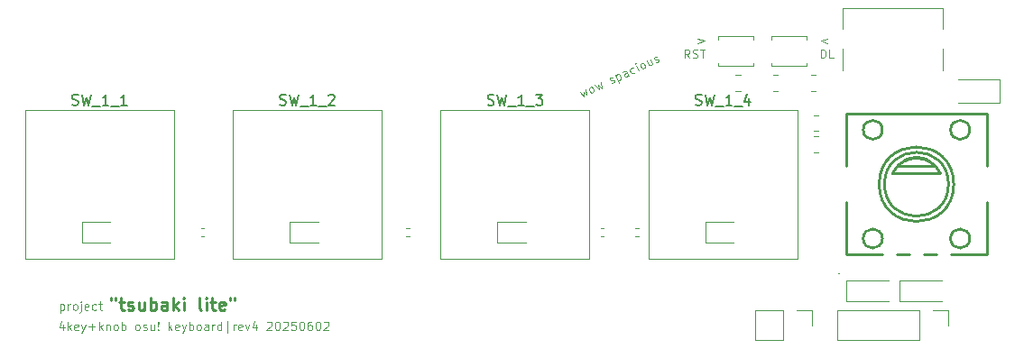
<source format=gto>
%TF.GenerationSoftware,KiCad,Pcbnew,9.0.2*%
%TF.CreationDate,2025-06-04T14:00:08+08:00*%
%TF.ProjectId,tsubaki_lite,74737562-616b-4695-9f6c-6974652e6b69,4*%
%TF.SameCoordinates,Original*%
%TF.FileFunction,Legend,Top*%
%TF.FilePolarity,Positive*%
%FSLAX46Y46*%
G04 Gerber Fmt 4.6, Leading zero omitted, Abs format (unit mm)*
G04 Created by KiCad (PCBNEW 9.0.2) date 2025-06-04 14:00:08*
%MOMM*%
%LPD*%
G01*
G04 APERTURE LIST*
%ADD10C,0.100000*%
%ADD11C,0.240000*%
%ADD12C,0.150000*%
%ADD13C,0.120000*%
%ADD14C,0.254001*%
%ADD15C,0.059995*%
G04 APERTURE END LIST*
D10*
X166475313Y-88825606D02*
X167084837Y-89054178D01*
X167084837Y-89054178D02*
X166475313Y-89282749D01*
X165713408Y-90646895D02*
X165446741Y-90265942D01*
X165256265Y-90646895D02*
X165256265Y-89846895D01*
X165256265Y-89846895D02*
X165561027Y-89846895D01*
X165561027Y-89846895D02*
X165637217Y-89884990D01*
X165637217Y-89884990D02*
X165675312Y-89923085D01*
X165675312Y-89923085D02*
X165713408Y-89999276D01*
X165713408Y-89999276D02*
X165713408Y-90113561D01*
X165713408Y-90113561D02*
X165675312Y-90189752D01*
X165675312Y-90189752D02*
X165637217Y-90227847D01*
X165637217Y-90227847D02*
X165561027Y-90265942D01*
X165561027Y-90265942D02*
X165256265Y-90265942D01*
X166018169Y-90608800D02*
X166132455Y-90646895D01*
X166132455Y-90646895D02*
X166322931Y-90646895D01*
X166322931Y-90646895D02*
X166399122Y-90608800D01*
X166399122Y-90608800D02*
X166437217Y-90570704D01*
X166437217Y-90570704D02*
X166475312Y-90494514D01*
X166475312Y-90494514D02*
X166475312Y-90418323D01*
X166475312Y-90418323D02*
X166437217Y-90342133D01*
X166437217Y-90342133D02*
X166399122Y-90304038D01*
X166399122Y-90304038D02*
X166322931Y-90265942D01*
X166322931Y-90265942D02*
X166170550Y-90227847D01*
X166170550Y-90227847D02*
X166094360Y-90189752D01*
X166094360Y-90189752D02*
X166056265Y-90151657D01*
X166056265Y-90151657D02*
X166018169Y-90075466D01*
X166018169Y-90075466D02*
X166018169Y-89999276D01*
X166018169Y-89999276D02*
X166056265Y-89923085D01*
X166056265Y-89923085D02*
X166094360Y-89884990D01*
X166094360Y-89884990D02*
X166170550Y-89846895D01*
X166170550Y-89846895D02*
X166361027Y-89846895D01*
X166361027Y-89846895D02*
X166475312Y-89884990D01*
X166703884Y-89846895D02*
X167161027Y-89846895D01*
X166932455Y-90646895D02*
X166932455Y-89846895D01*
X155394232Y-93847088D02*
X155757733Y-94266053D01*
X155757733Y-94266053D02*
X155734839Y-93856394D01*
X155734839Y-93856394D02*
X156033941Y-94137255D01*
X156033941Y-94137255D02*
X155946648Y-93589492D01*
X156551831Y-93895759D02*
X156466679Y-93893432D01*
X156466679Y-93893432D02*
X156416053Y-93875006D01*
X156416053Y-93875006D02*
X156349328Y-93822054D01*
X156349328Y-93822054D02*
X156252729Y-93614898D01*
X156252729Y-93614898D02*
X156255056Y-93529746D01*
X156255056Y-93529746D02*
X156273482Y-93479120D01*
X156273482Y-93479120D02*
X156326434Y-93412395D01*
X156326434Y-93412395D02*
X156430012Y-93364096D01*
X156430012Y-93364096D02*
X156515164Y-93366422D01*
X156515164Y-93366422D02*
X156565790Y-93384848D01*
X156565790Y-93384848D02*
X156632515Y-93437801D01*
X156632515Y-93437801D02*
X156729114Y-93644957D01*
X156729114Y-93644957D02*
X156726787Y-93730109D01*
X156726787Y-93730109D02*
X156708361Y-93780734D01*
X156708361Y-93780734D02*
X156655409Y-93847460D01*
X156655409Y-93847460D02*
X156551831Y-93895759D01*
X156809799Y-93186998D02*
X157173299Y-93605963D01*
X157173299Y-93605963D02*
X157150406Y-93196304D01*
X157150406Y-93196304D02*
X157449507Y-93477165D01*
X157449507Y-93477165D02*
X157362215Y-92929402D01*
X158365610Y-93007946D02*
X158450762Y-93010273D01*
X158450762Y-93010273D02*
X158588866Y-92945874D01*
X158588866Y-92945874D02*
X158641818Y-92879148D01*
X158641818Y-92879148D02*
X158644145Y-92793997D01*
X158644145Y-92793997D02*
X158628045Y-92759471D01*
X158628045Y-92759471D02*
X158561319Y-92706518D01*
X158561319Y-92706518D02*
X158476168Y-92704192D01*
X158476168Y-92704192D02*
X158372590Y-92752491D01*
X158372590Y-92752491D02*
X158287438Y-92750165D01*
X158287438Y-92750165D02*
X158220712Y-92697212D01*
X158220712Y-92697212D02*
X158204613Y-92662686D01*
X158204613Y-92662686D02*
X158206939Y-92577535D01*
X158206939Y-92577535D02*
X158259891Y-92510809D01*
X158259891Y-92510809D02*
X158363469Y-92462510D01*
X158363469Y-92462510D02*
X158448621Y-92464836D01*
X158777781Y-92269313D02*
X159115876Y-92994359D01*
X158793881Y-92303839D02*
X158846833Y-92237113D01*
X158846833Y-92237113D02*
X158984938Y-92172714D01*
X158984938Y-92172714D02*
X159070089Y-92175041D01*
X159070089Y-92175041D02*
X159120715Y-92193467D01*
X159120715Y-92193467D02*
X159187441Y-92246420D01*
X159187441Y-92246420D02*
X159284039Y-92453576D01*
X159284039Y-92453576D02*
X159281712Y-92538727D01*
X159281712Y-92538727D02*
X159263286Y-92589353D01*
X159263286Y-92589353D02*
X159210334Y-92656079D01*
X159210334Y-92656079D02*
X159072230Y-92720478D01*
X159072230Y-92720478D02*
X158987078Y-92718151D01*
X159969907Y-92301884D02*
X159792809Y-91922098D01*
X159792809Y-91922098D02*
X159726084Y-91869146D01*
X159726084Y-91869146D02*
X159640932Y-91866819D01*
X159640932Y-91866819D02*
X159502828Y-91931218D01*
X159502828Y-91931218D02*
X159449876Y-91997944D01*
X159953807Y-92267358D02*
X159900855Y-92334084D01*
X159900855Y-92334084D02*
X159728225Y-92414582D01*
X159728225Y-92414582D02*
X159643073Y-92412256D01*
X159643073Y-92412256D02*
X159576347Y-92359303D01*
X159576347Y-92359303D02*
X159544148Y-92290251D01*
X159544148Y-92290251D02*
X159546474Y-92205100D01*
X159546474Y-92205100D02*
X159599427Y-92138374D01*
X159599427Y-92138374D02*
X159772057Y-92057875D01*
X159772057Y-92057875D02*
X159825009Y-91991150D01*
X160609801Y-91961463D02*
X160556849Y-92028188D01*
X160556849Y-92028188D02*
X160418745Y-92092587D01*
X160418745Y-92092587D02*
X160333593Y-92090261D01*
X160333593Y-92090261D02*
X160282968Y-92071834D01*
X160282968Y-92071834D02*
X160216242Y-92018882D01*
X160216242Y-92018882D02*
X160119644Y-91811726D01*
X160119644Y-91811726D02*
X160121970Y-91726574D01*
X160121970Y-91726574D02*
X160140396Y-91675949D01*
X160140396Y-91675949D02*
X160193349Y-91609223D01*
X160193349Y-91609223D02*
X160331453Y-91544824D01*
X160331453Y-91544824D02*
X160416605Y-91547151D01*
X160936635Y-91851091D02*
X160711239Y-91367727D01*
X160598540Y-91126045D02*
X160580114Y-91176671D01*
X160580114Y-91176671D02*
X160630740Y-91195097D01*
X160630740Y-91195097D02*
X160649166Y-91144471D01*
X160649166Y-91144471D02*
X160598540Y-91126045D01*
X160598540Y-91126045D02*
X160630740Y-91195097D01*
X161385473Y-91641795D02*
X161300321Y-91639468D01*
X161300321Y-91639468D02*
X161249695Y-91621042D01*
X161249695Y-91621042D02*
X161182970Y-91568090D01*
X161182970Y-91568090D02*
X161086371Y-91360934D01*
X161086371Y-91360934D02*
X161088698Y-91275782D01*
X161088698Y-91275782D02*
X161107124Y-91225156D01*
X161107124Y-91225156D02*
X161160076Y-91158431D01*
X161160076Y-91158431D02*
X161263655Y-91110131D01*
X161263655Y-91110131D02*
X161348806Y-91112458D01*
X161348806Y-91112458D02*
X161399432Y-91130884D01*
X161399432Y-91130884D02*
X161466158Y-91183836D01*
X161466158Y-91183836D02*
X161562756Y-91390992D01*
X161562756Y-91390992D02*
X161560429Y-91476144D01*
X161560429Y-91476144D02*
X161542003Y-91526770D01*
X161542003Y-91526770D02*
X161489051Y-91593495D01*
X161489051Y-91593495D02*
X161385473Y-91641795D01*
X162023227Y-90755937D02*
X162248624Y-91239301D01*
X161712493Y-90900834D02*
X161889590Y-91280621D01*
X161889590Y-91280621D02*
X161956316Y-91333573D01*
X161956316Y-91333573D02*
X162041468Y-91335899D01*
X162041468Y-91335899D02*
X162145046Y-91287600D01*
X162145046Y-91287600D02*
X162197998Y-91220875D01*
X162197998Y-91220875D02*
X162216424Y-91170249D01*
X162543258Y-91059877D02*
X162628410Y-91062204D01*
X162628410Y-91062204D02*
X162766514Y-90997805D01*
X162766514Y-90997805D02*
X162819466Y-90931079D01*
X162819466Y-90931079D02*
X162821793Y-90845927D01*
X162821793Y-90845927D02*
X162805693Y-90811401D01*
X162805693Y-90811401D02*
X162738968Y-90758449D01*
X162738968Y-90758449D02*
X162653816Y-90756122D01*
X162653816Y-90756122D02*
X162550238Y-90804422D01*
X162550238Y-90804422D02*
X162465086Y-90802095D01*
X162465086Y-90802095D02*
X162398361Y-90749143D01*
X162398361Y-90749143D02*
X162382261Y-90714617D01*
X162382261Y-90714617D02*
X162384587Y-90629465D01*
X162384587Y-90629465D02*
X162437540Y-90562740D01*
X162437540Y-90562740D02*
X162541118Y-90514440D01*
X162541118Y-90514440D02*
X162626270Y-90516767D01*
D11*
X111386465Y-113140662D02*
X111386465Y-113369234D01*
X111843608Y-113140662D02*
X111843608Y-113369234D01*
X112186465Y-113540662D02*
X112643608Y-113540662D01*
X112357894Y-113140662D02*
X112357894Y-114169234D01*
X112357894Y-114169234D02*
X112415037Y-114283520D01*
X112415037Y-114283520D02*
X112529322Y-114340662D01*
X112529322Y-114340662D02*
X112643608Y-114340662D01*
X112986465Y-114283520D02*
X113100751Y-114340662D01*
X113100751Y-114340662D02*
X113329322Y-114340662D01*
X113329322Y-114340662D02*
X113443608Y-114283520D01*
X113443608Y-114283520D02*
X113500751Y-114169234D01*
X113500751Y-114169234D02*
X113500751Y-114112091D01*
X113500751Y-114112091D02*
X113443608Y-113997805D01*
X113443608Y-113997805D02*
X113329322Y-113940662D01*
X113329322Y-113940662D02*
X113157894Y-113940662D01*
X113157894Y-113940662D02*
X113043608Y-113883520D01*
X113043608Y-113883520D02*
X112986465Y-113769234D01*
X112986465Y-113769234D02*
X112986465Y-113712091D01*
X112986465Y-113712091D02*
X113043608Y-113597805D01*
X113043608Y-113597805D02*
X113157894Y-113540662D01*
X113157894Y-113540662D02*
X113329322Y-113540662D01*
X113329322Y-113540662D02*
X113443608Y-113597805D01*
X114529323Y-113540662D02*
X114529323Y-114340662D01*
X114015037Y-113540662D02*
X114015037Y-114169234D01*
X114015037Y-114169234D02*
X114072180Y-114283520D01*
X114072180Y-114283520D02*
X114186465Y-114340662D01*
X114186465Y-114340662D02*
X114357894Y-114340662D01*
X114357894Y-114340662D02*
X114472180Y-114283520D01*
X114472180Y-114283520D02*
X114529323Y-114226377D01*
X115100751Y-114340662D02*
X115100751Y-113140662D01*
X115100751Y-113597805D02*
X115215037Y-113540662D01*
X115215037Y-113540662D02*
X115443608Y-113540662D01*
X115443608Y-113540662D02*
X115557894Y-113597805D01*
X115557894Y-113597805D02*
X115615037Y-113654948D01*
X115615037Y-113654948D02*
X115672179Y-113769234D01*
X115672179Y-113769234D02*
X115672179Y-114112091D01*
X115672179Y-114112091D02*
X115615037Y-114226377D01*
X115615037Y-114226377D02*
X115557894Y-114283520D01*
X115557894Y-114283520D02*
X115443608Y-114340662D01*
X115443608Y-114340662D02*
X115215037Y-114340662D01*
X115215037Y-114340662D02*
X115100751Y-114283520D01*
X116700751Y-114340662D02*
X116700751Y-113712091D01*
X116700751Y-113712091D02*
X116643608Y-113597805D01*
X116643608Y-113597805D02*
X116529322Y-113540662D01*
X116529322Y-113540662D02*
X116300751Y-113540662D01*
X116300751Y-113540662D02*
X116186465Y-113597805D01*
X116700751Y-114283520D02*
X116586465Y-114340662D01*
X116586465Y-114340662D02*
X116300751Y-114340662D01*
X116300751Y-114340662D02*
X116186465Y-114283520D01*
X116186465Y-114283520D02*
X116129322Y-114169234D01*
X116129322Y-114169234D02*
X116129322Y-114054948D01*
X116129322Y-114054948D02*
X116186465Y-113940662D01*
X116186465Y-113940662D02*
X116300751Y-113883520D01*
X116300751Y-113883520D02*
X116586465Y-113883520D01*
X116586465Y-113883520D02*
X116700751Y-113826377D01*
X117272179Y-114340662D02*
X117272179Y-113140662D01*
X117386465Y-113883520D02*
X117729322Y-114340662D01*
X117729322Y-113540662D02*
X117272179Y-113997805D01*
X118243608Y-114340662D02*
X118243608Y-113540662D01*
X118243608Y-113140662D02*
X118186465Y-113197805D01*
X118186465Y-113197805D02*
X118243608Y-113254948D01*
X118243608Y-113254948D02*
X118300751Y-113197805D01*
X118300751Y-113197805D02*
X118243608Y-113140662D01*
X118243608Y-113140662D02*
X118243608Y-113254948D01*
X119900751Y-114340662D02*
X119786466Y-114283520D01*
X119786466Y-114283520D02*
X119729323Y-114169234D01*
X119729323Y-114169234D02*
X119729323Y-113140662D01*
X120357894Y-114340662D02*
X120357894Y-113540662D01*
X120357894Y-113140662D02*
X120300751Y-113197805D01*
X120300751Y-113197805D02*
X120357894Y-113254948D01*
X120357894Y-113254948D02*
X120415037Y-113197805D01*
X120415037Y-113197805D02*
X120357894Y-113140662D01*
X120357894Y-113140662D02*
X120357894Y-113254948D01*
X120757894Y-113540662D02*
X121215037Y-113540662D01*
X120929323Y-113140662D02*
X120929323Y-114169234D01*
X120929323Y-114169234D02*
X120986466Y-114283520D01*
X120986466Y-114283520D02*
X121100751Y-114340662D01*
X121100751Y-114340662D02*
X121215037Y-114340662D01*
X122072180Y-114283520D02*
X121957894Y-114340662D01*
X121957894Y-114340662D02*
X121729323Y-114340662D01*
X121729323Y-114340662D02*
X121615037Y-114283520D01*
X121615037Y-114283520D02*
X121557894Y-114169234D01*
X121557894Y-114169234D02*
X121557894Y-113712091D01*
X121557894Y-113712091D02*
X121615037Y-113597805D01*
X121615037Y-113597805D02*
X121729323Y-113540662D01*
X121729323Y-113540662D02*
X121957894Y-113540662D01*
X121957894Y-113540662D02*
X122072180Y-113597805D01*
X122072180Y-113597805D02*
X122129323Y-113712091D01*
X122129323Y-113712091D02*
X122129323Y-113826377D01*
X122129323Y-113826377D02*
X121557894Y-113940662D01*
X122586465Y-113140662D02*
X122586465Y-113369234D01*
X123043608Y-113140662D02*
X123043608Y-113369234D01*
D10*
X106949122Y-115663561D02*
X106949122Y-116196895D01*
X106758646Y-115358800D02*
X106568169Y-115930228D01*
X106568169Y-115930228D02*
X107063408Y-115930228D01*
X107368170Y-116196895D02*
X107368170Y-115396895D01*
X107444360Y-115892133D02*
X107672932Y-116196895D01*
X107672932Y-115663561D02*
X107368170Y-115968323D01*
X108320551Y-116158800D02*
X108244360Y-116196895D01*
X108244360Y-116196895D02*
X108091979Y-116196895D01*
X108091979Y-116196895D02*
X108015789Y-116158800D01*
X108015789Y-116158800D02*
X107977693Y-116082609D01*
X107977693Y-116082609D02*
X107977693Y-115777847D01*
X107977693Y-115777847D02*
X108015789Y-115701657D01*
X108015789Y-115701657D02*
X108091979Y-115663561D01*
X108091979Y-115663561D02*
X108244360Y-115663561D01*
X108244360Y-115663561D02*
X108320551Y-115701657D01*
X108320551Y-115701657D02*
X108358646Y-115777847D01*
X108358646Y-115777847D02*
X108358646Y-115854038D01*
X108358646Y-115854038D02*
X107977693Y-115930228D01*
X108625312Y-115663561D02*
X108815788Y-116196895D01*
X109006265Y-115663561D02*
X108815788Y-116196895D01*
X108815788Y-116196895D02*
X108739598Y-116387371D01*
X108739598Y-116387371D02*
X108701503Y-116425466D01*
X108701503Y-116425466D02*
X108625312Y-116463561D01*
X109311027Y-115892133D02*
X109920551Y-115892133D01*
X109615789Y-116196895D02*
X109615789Y-115587371D01*
X110301503Y-116196895D02*
X110301503Y-115396895D01*
X110377693Y-115892133D02*
X110606265Y-116196895D01*
X110606265Y-115663561D02*
X110301503Y-115968323D01*
X110949122Y-115663561D02*
X110949122Y-116196895D01*
X110949122Y-115739752D02*
X110987217Y-115701657D01*
X110987217Y-115701657D02*
X111063407Y-115663561D01*
X111063407Y-115663561D02*
X111177693Y-115663561D01*
X111177693Y-115663561D02*
X111253884Y-115701657D01*
X111253884Y-115701657D02*
X111291979Y-115777847D01*
X111291979Y-115777847D02*
X111291979Y-116196895D01*
X111787217Y-116196895D02*
X111711027Y-116158800D01*
X111711027Y-116158800D02*
X111672932Y-116120704D01*
X111672932Y-116120704D02*
X111634836Y-116044514D01*
X111634836Y-116044514D02*
X111634836Y-115815942D01*
X111634836Y-115815942D02*
X111672932Y-115739752D01*
X111672932Y-115739752D02*
X111711027Y-115701657D01*
X111711027Y-115701657D02*
X111787217Y-115663561D01*
X111787217Y-115663561D02*
X111901503Y-115663561D01*
X111901503Y-115663561D02*
X111977694Y-115701657D01*
X111977694Y-115701657D02*
X112015789Y-115739752D01*
X112015789Y-115739752D02*
X112053884Y-115815942D01*
X112053884Y-115815942D02*
X112053884Y-116044514D01*
X112053884Y-116044514D02*
X112015789Y-116120704D01*
X112015789Y-116120704D02*
X111977694Y-116158800D01*
X111977694Y-116158800D02*
X111901503Y-116196895D01*
X111901503Y-116196895D02*
X111787217Y-116196895D01*
X112396742Y-116196895D02*
X112396742Y-115396895D01*
X112396742Y-115701657D02*
X112472932Y-115663561D01*
X112472932Y-115663561D02*
X112625313Y-115663561D01*
X112625313Y-115663561D02*
X112701504Y-115701657D01*
X112701504Y-115701657D02*
X112739599Y-115739752D01*
X112739599Y-115739752D02*
X112777694Y-115815942D01*
X112777694Y-115815942D02*
X112777694Y-116044514D01*
X112777694Y-116044514D02*
X112739599Y-116120704D01*
X112739599Y-116120704D02*
X112701504Y-116158800D01*
X112701504Y-116158800D02*
X112625313Y-116196895D01*
X112625313Y-116196895D02*
X112472932Y-116196895D01*
X112472932Y-116196895D02*
X112396742Y-116158800D01*
X113844361Y-116196895D02*
X113768171Y-116158800D01*
X113768171Y-116158800D02*
X113730076Y-116120704D01*
X113730076Y-116120704D02*
X113691980Y-116044514D01*
X113691980Y-116044514D02*
X113691980Y-115815942D01*
X113691980Y-115815942D02*
X113730076Y-115739752D01*
X113730076Y-115739752D02*
X113768171Y-115701657D01*
X113768171Y-115701657D02*
X113844361Y-115663561D01*
X113844361Y-115663561D02*
X113958647Y-115663561D01*
X113958647Y-115663561D02*
X114034838Y-115701657D01*
X114034838Y-115701657D02*
X114072933Y-115739752D01*
X114072933Y-115739752D02*
X114111028Y-115815942D01*
X114111028Y-115815942D02*
X114111028Y-116044514D01*
X114111028Y-116044514D02*
X114072933Y-116120704D01*
X114072933Y-116120704D02*
X114034838Y-116158800D01*
X114034838Y-116158800D02*
X113958647Y-116196895D01*
X113958647Y-116196895D02*
X113844361Y-116196895D01*
X114415790Y-116158800D02*
X114491981Y-116196895D01*
X114491981Y-116196895D02*
X114644362Y-116196895D01*
X114644362Y-116196895D02*
X114720552Y-116158800D01*
X114720552Y-116158800D02*
X114758648Y-116082609D01*
X114758648Y-116082609D02*
X114758648Y-116044514D01*
X114758648Y-116044514D02*
X114720552Y-115968323D01*
X114720552Y-115968323D02*
X114644362Y-115930228D01*
X114644362Y-115930228D02*
X114530076Y-115930228D01*
X114530076Y-115930228D02*
X114453886Y-115892133D01*
X114453886Y-115892133D02*
X114415790Y-115815942D01*
X114415790Y-115815942D02*
X114415790Y-115777847D01*
X114415790Y-115777847D02*
X114453886Y-115701657D01*
X114453886Y-115701657D02*
X114530076Y-115663561D01*
X114530076Y-115663561D02*
X114644362Y-115663561D01*
X114644362Y-115663561D02*
X114720552Y-115701657D01*
X115444362Y-115663561D02*
X115444362Y-116196895D01*
X115101505Y-115663561D02*
X115101505Y-116082609D01*
X115101505Y-116082609D02*
X115139600Y-116158800D01*
X115139600Y-116158800D02*
X115215790Y-116196895D01*
X115215790Y-116196895D02*
X115330076Y-116196895D01*
X115330076Y-116196895D02*
X115406267Y-116158800D01*
X115406267Y-116158800D02*
X115444362Y-116120704D01*
X115825315Y-116120704D02*
X115863410Y-116158800D01*
X115863410Y-116158800D02*
X115825315Y-116196895D01*
X115825315Y-116196895D02*
X115787219Y-116158800D01*
X115787219Y-116158800D02*
X115825315Y-116120704D01*
X115825315Y-116120704D02*
X115825315Y-116196895D01*
X115825315Y-115892133D02*
X115787219Y-115434990D01*
X115787219Y-115434990D02*
X115825315Y-115396895D01*
X115825315Y-115396895D02*
X115863410Y-115434990D01*
X115863410Y-115434990D02*
X115825315Y-115892133D01*
X115825315Y-115892133D02*
X115825315Y-115396895D01*
X116815791Y-116196895D02*
X116815791Y-115396895D01*
X116891981Y-115892133D02*
X117120553Y-116196895D01*
X117120553Y-115663561D02*
X116815791Y-115968323D01*
X117768172Y-116158800D02*
X117691981Y-116196895D01*
X117691981Y-116196895D02*
X117539600Y-116196895D01*
X117539600Y-116196895D02*
X117463410Y-116158800D01*
X117463410Y-116158800D02*
X117425314Y-116082609D01*
X117425314Y-116082609D02*
X117425314Y-115777847D01*
X117425314Y-115777847D02*
X117463410Y-115701657D01*
X117463410Y-115701657D02*
X117539600Y-115663561D01*
X117539600Y-115663561D02*
X117691981Y-115663561D01*
X117691981Y-115663561D02*
X117768172Y-115701657D01*
X117768172Y-115701657D02*
X117806267Y-115777847D01*
X117806267Y-115777847D02*
X117806267Y-115854038D01*
X117806267Y-115854038D02*
X117425314Y-115930228D01*
X118072933Y-115663561D02*
X118263409Y-116196895D01*
X118453886Y-115663561D02*
X118263409Y-116196895D01*
X118263409Y-116196895D02*
X118187219Y-116387371D01*
X118187219Y-116387371D02*
X118149124Y-116425466D01*
X118149124Y-116425466D02*
X118072933Y-116463561D01*
X118758648Y-116196895D02*
X118758648Y-115396895D01*
X118758648Y-115701657D02*
X118834838Y-115663561D01*
X118834838Y-115663561D02*
X118987219Y-115663561D01*
X118987219Y-115663561D02*
X119063410Y-115701657D01*
X119063410Y-115701657D02*
X119101505Y-115739752D01*
X119101505Y-115739752D02*
X119139600Y-115815942D01*
X119139600Y-115815942D02*
X119139600Y-116044514D01*
X119139600Y-116044514D02*
X119101505Y-116120704D01*
X119101505Y-116120704D02*
X119063410Y-116158800D01*
X119063410Y-116158800D02*
X118987219Y-116196895D01*
X118987219Y-116196895D02*
X118834838Y-116196895D01*
X118834838Y-116196895D02*
X118758648Y-116158800D01*
X119596743Y-116196895D02*
X119520553Y-116158800D01*
X119520553Y-116158800D02*
X119482458Y-116120704D01*
X119482458Y-116120704D02*
X119444362Y-116044514D01*
X119444362Y-116044514D02*
X119444362Y-115815942D01*
X119444362Y-115815942D02*
X119482458Y-115739752D01*
X119482458Y-115739752D02*
X119520553Y-115701657D01*
X119520553Y-115701657D02*
X119596743Y-115663561D01*
X119596743Y-115663561D02*
X119711029Y-115663561D01*
X119711029Y-115663561D02*
X119787220Y-115701657D01*
X119787220Y-115701657D02*
X119825315Y-115739752D01*
X119825315Y-115739752D02*
X119863410Y-115815942D01*
X119863410Y-115815942D02*
X119863410Y-116044514D01*
X119863410Y-116044514D02*
X119825315Y-116120704D01*
X119825315Y-116120704D02*
X119787220Y-116158800D01*
X119787220Y-116158800D02*
X119711029Y-116196895D01*
X119711029Y-116196895D02*
X119596743Y-116196895D01*
X120549125Y-116196895D02*
X120549125Y-115777847D01*
X120549125Y-115777847D02*
X120511030Y-115701657D01*
X120511030Y-115701657D02*
X120434839Y-115663561D01*
X120434839Y-115663561D02*
X120282458Y-115663561D01*
X120282458Y-115663561D02*
X120206268Y-115701657D01*
X120549125Y-116158800D02*
X120472934Y-116196895D01*
X120472934Y-116196895D02*
X120282458Y-116196895D01*
X120282458Y-116196895D02*
X120206268Y-116158800D01*
X120206268Y-116158800D02*
X120168172Y-116082609D01*
X120168172Y-116082609D02*
X120168172Y-116006419D01*
X120168172Y-116006419D02*
X120206268Y-115930228D01*
X120206268Y-115930228D02*
X120282458Y-115892133D01*
X120282458Y-115892133D02*
X120472934Y-115892133D01*
X120472934Y-115892133D02*
X120549125Y-115854038D01*
X120930078Y-116196895D02*
X120930078Y-115663561D01*
X120930078Y-115815942D02*
X120968173Y-115739752D01*
X120968173Y-115739752D02*
X121006268Y-115701657D01*
X121006268Y-115701657D02*
X121082459Y-115663561D01*
X121082459Y-115663561D02*
X121158649Y-115663561D01*
X121768173Y-116196895D02*
X121768173Y-115396895D01*
X121768173Y-116158800D02*
X121691982Y-116196895D01*
X121691982Y-116196895D02*
X121539601Y-116196895D01*
X121539601Y-116196895D02*
X121463411Y-116158800D01*
X121463411Y-116158800D02*
X121425316Y-116120704D01*
X121425316Y-116120704D02*
X121387220Y-116044514D01*
X121387220Y-116044514D02*
X121387220Y-115815942D01*
X121387220Y-115815942D02*
X121425316Y-115739752D01*
X121425316Y-115739752D02*
X121463411Y-115701657D01*
X121463411Y-115701657D02*
X121539601Y-115663561D01*
X121539601Y-115663561D02*
X121691982Y-115663561D01*
X121691982Y-115663561D02*
X121768173Y-115701657D01*
X122339602Y-116463561D02*
X122339602Y-115320704D01*
X122911031Y-116196895D02*
X122911031Y-115663561D01*
X122911031Y-115815942D02*
X122949126Y-115739752D01*
X122949126Y-115739752D02*
X122987221Y-115701657D01*
X122987221Y-115701657D02*
X123063412Y-115663561D01*
X123063412Y-115663561D02*
X123139602Y-115663561D01*
X123711031Y-116158800D02*
X123634840Y-116196895D01*
X123634840Y-116196895D02*
X123482459Y-116196895D01*
X123482459Y-116196895D02*
X123406269Y-116158800D01*
X123406269Y-116158800D02*
X123368173Y-116082609D01*
X123368173Y-116082609D02*
X123368173Y-115777847D01*
X123368173Y-115777847D02*
X123406269Y-115701657D01*
X123406269Y-115701657D02*
X123482459Y-115663561D01*
X123482459Y-115663561D02*
X123634840Y-115663561D01*
X123634840Y-115663561D02*
X123711031Y-115701657D01*
X123711031Y-115701657D02*
X123749126Y-115777847D01*
X123749126Y-115777847D02*
X123749126Y-115854038D01*
X123749126Y-115854038D02*
X123368173Y-115930228D01*
X124015792Y-115663561D02*
X124206268Y-116196895D01*
X124206268Y-116196895D02*
X124396745Y-115663561D01*
X125044364Y-115663561D02*
X125044364Y-116196895D01*
X124853888Y-115358800D02*
X124663411Y-115930228D01*
X124663411Y-115930228D02*
X125158650Y-115930228D01*
X126034840Y-115473085D02*
X126072936Y-115434990D01*
X126072936Y-115434990D02*
X126149126Y-115396895D01*
X126149126Y-115396895D02*
X126339602Y-115396895D01*
X126339602Y-115396895D02*
X126415793Y-115434990D01*
X126415793Y-115434990D02*
X126453888Y-115473085D01*
X126453888Y-115473085D02*
X126491983Y-115549276D01*
X126491983Y-115549276D02*
X126491983Y-115625466D01*
X126491983Y-115625466D02*
X126453888Y-115739752D01*
X126453888Y-115739752D02*
X125996745Y-116196895D01*
X125996745Y-116196895D02*
X126491983Y-116196895D01*
X126987222Y-115396895D02*
X127063412Y-115396895D01*
X127063412Y-115396895D02*
X127139603Y-115434990D01*
X127139603Y-115434990D02*
X127177698Y-115473085D01*
X127177698Y-115473085D02*
X127215793Y-115549276D01*
X127215793Y-115549276D02*
X127253888Y-115701657D01*
X127253888Y-115701657D02*
X127253888Y-115892133D01*
X127253888Y-115892133D02*
X127215793Y-116044514D01*
X127215793Y-116044514D02*
X127177698Y-116120704D01*
X127177698Y-116120704D02*
X127139603Y-116158800D01*
X127139603Y-116158800D02*
X127063412Y-116196895D01*
X127063412Y-116196895D02*
X126987222Y-116196895D01*
X126987222Y-116196895D02*
X126911031Y-116158800D01*
X126911031Y-116158800D02*
X126872936Y-116120704D01*
X126872936Y-116120704D02*
X126834841Y-116044514D01*
X126834841Y-116044514D02*
X126796745Y-115892133D01*
X126796745Y-115892133D02*
X126796745Y-115701657D01*
X126796745Y-115701657D02*
X126834841Y-115549276D01*
X126834841Y-115549276D02*
X126872936Y-115473085D01*
X126872936Y-115473085D02*
X126911031Y-115434990D01*
X126911031Y-115434990D02*
X126987222Y-115396895D01*
X127558650Y-115473085D02*
X127596746Y-115434990D01*
X127596746Y-115434990D02*
X127672936Y-115396895D01*
X127672936Y-115396895D02*
X127863412Y-115396895D01*
X127863412Y-115396895D02*
X127939603Y-115434990D01*
X127939603Y-115434990D02*
X127977698Y-115473085D01*
X127977698Y-115473085D02*
X128015793Y-115549276D01*
X128015793Y-115549276D02*
X128015793Y-115625466D01*
X128015793Y-115625466D02*
X127977698Y-115739752D01*
X127977698Y-115739752D02*
X127520555Y-116196895D01*
X127520555Y-116196895D02*
X128015793Y-116196895D01*
X128739603Y-115396895D02*
X128358651Y-115396895D01*
X128358651Y-115396895D02*
X128320555Y-115777847D01*
X128320555Y-115777847D02*
X128358651Y-115739752D01*
X128358651Y-115739752D02*
X128434841Y-115701657D01*
X128434841Y-115701657D02*
X128625317Y-115701657D01*
X128625317Y-115701657D02*
X128701508Y-115739752D01*
X128701508Y-115739752D02*
X128739603Y-115777847D01*
X128739603Y-115777847D02*
X128777698Y-115854038D01*
X128777698Y-115854038D02*
X128777698Y-116044514D01*
X128777698Y-116044514D02*
X128739603Y-116120704D01*
X128739603Y-116120704D02*
X128701508Y-116158800D01*
X128701508Y-116158800D02*
X128625317Y-116196895D01*
X128625317Y-116196895D02*
X128434841Y-116196895D01*
X128434841Y-116196895D02*
X128358651Y-116158800D01*
X128358651Y-116158800D02*
X128320555Y-116120704D01*
X129272937Y-115396895D02*
X129349127Y-115396895D01*
X129349127Y-115396895D02*
X129425318Y-115434990D01*
X129425318Y-115434990D02*
X129463413Y-115473085D01*
X129463413Y-115473085D02*
X129501508Y-115549276D01*
X129501508Y-115549276D02*
X129539603Y-115701657D01*
X129539603Y-115701657D02*
X129539603Y-115892133D01*
X129539603Y-115892133D02*
X129501508Y-116044514D01*
X129501508Y-116044514D02*
X129463413Y-116120704D01*
X129463413Y-116120704D02*
X129425318Y-116158800D01*
X129425318Y-116158800D02*
X129349127Y-116196895D01*
X129349127Y-116196895D02*
X129272937Y-116196895D01*
X129272937Y-116196895D02*
X129196746Y-116158800D01*
X129196746Y-116158800D02*
X129158651Y-116120704D01*
X129158651Y-116120704D02*
X129120556Y-116044514D01*
X129120556Y-116044514D02*
X129082460Y-115892133D01*
X129082460Y-115892133D02*
X129082460Y-115701657D01*
X129082460Y-115701657D02*
X129120556Y-115549276D01*
X129120556Y-115549276D02*
X129158651Y-115473085D01*
X129158651Y-115473085D02*
X129196746Y-115434990D01*
X129196746Y-115434990D02*
X129272937Y-115396895D01*
X130225318Y-115396895D02*
X130072937Y-115396895D01*
X130072937Y-115396895D02*
X129996746Y-115434990D01*
X129996746Y-115434990D02*
X129958651Y-115473085D01*
X129958651Y-115473085D02*
X129882461Y-115587371D01*
X129882461Y-115587371D02*
X129844365Y-115739752D01*
X129844365Y-115739752D02*
X129844365Y-116044514D01*
X129844365Y-116044514D02*
X129882461Y-116120704D01*
X129882461Y-116120704D02*
X129920556Y-116158800D01*
X129920556Y-116158800D02*
X129996746Y-116196895D01*
X129996746Y-116196895D02*
X130149127Y-116196895D01*
X130149127Y-116196895D02*
X130225318Y-116158800D01*
X130225318Y-116158800D02*
X130263413Y-116120704D01*
X130263413Y-116120704D02*
X130301508Y-116044514D01*
X130301508Y-116044514D02*
X130301508Y-115854038D01*
X130301508Y-115854038D02*
X130263413Y-115777847D01*
X130263413Y-115777847D02*
X130225318Y-115739752D01*
X130225318Y-115739752D02*
X130149127Y-115701657D01*
X130149127Y-115701657D02*
X129996746Y-115701657D01*
X129996746Y-115701657D02*
X129920556Y-115739752D01*
X129920556Y-115739752D02*
X129882461Y-115777847D01*
X129882461Y-115777847D02*
X129844365Y-115854038D01*
X130796747Y-115396895D02*
X130872937Y-115396895D01*
X130872937Y-115396895D02*
X130949128Y-115434990D01*
X130949128Y-115434990D02*
X130987223Y-115473085D01*
X130987223Y-115473085D02*
X131025318Y-115549276D01*
X131025318Y-115549276D02*
X131063413Y-115701657D01*
X131063413Y-115701657D02*
X131063413Y-115892133D01*
X131063413Y-115892133D02*
X131025318Y-116044514D01*
X131025318Y-116044514D02*
X130987223Y-116120704D01*
X130987223Y-116120704D02*
X130949128Y-116158800D01*
X130949128Y-116158800D02*
X130872937Y-116196895D01*
X130872937Y-116196895D02*
X130796747Y-116196895D01*
X130796747Y-116196895D02*
X130720556Y-116158800D01*
X130720556Y-116158800D02*
X130682461Y-116120704D01*
X130682461Y-116120704D02*
X130644366Y-116044514D01*
X130644366Y-116044514D02*
X130606270Y-115892133D01*
X130606270Y-115892133D02*
X130606270Y-115701657D01*
X130606270Y-115701657D02*
X130644366Y-115549276D01*
X130644366Y-115549276D02*
X130682461Y-115473085D01*
X130682461Y-115473085D02*
X130720556Y-115434990D01*
X130720556Y-115434990D02*
X130796747Y-115396895D01*
X131368175Y-115473085D02*
X131406271Y-115434990D01*
X131406271Y-115434990D02*
X131482461Y-115396895D01*
X131482461Y-115396895D02*
X131672937Y-115396895D01*
X131672937Y-115396895D02*
X131749128Y-115434990D01*
X131749128Y-115434990D02*
X131787223Y-115473085D01*
X131787223Y-115473085D02*
X131825318Y-115549276D01*
X131825318Y-115549276D02*
X131825318Y-115625466D01*
X131825318Y-115625466D02*
X131787223Y-115739752D01*
X131787223Y-115739752D02*
X131330080Y-116196895D01*
X131330080Y-116196895D02*
X131825318Y-116196895D01*
X178615789Y-88825606D02*
X178006265Y-89054178D01*
X178006265Y-89054178D02*
X178615789Y-89282749D01*
X178006265Y-90646895D02*
X178006265Y-89846895D01*
X178006265Y-89846895D02*
X178196741Y-89846895D01*
X178196741Y-89846895D02*
X178311027Y-89884990D01*
X178311027Y-89884990D02*
X178387217Y-89961180D01*
X178387217Y-89961180D02*
X178425312Y-90037371D01*
X178425312Y-90037371D02*
X178463408Y-90189752D01*
X178463408Y-90189752D02*
X178463408Y-90304038D01*
X178463408Y-90304038D02*
X178425312Y-90456419D01*
X178425312Y-90456419D02*
X178387217Y-90532609D01*
X178387217Y-90532609D02*
X178311027Y-90608800D01*
X178311027Y-90608800D02*
X178196741Y-90646895D01*
X178196741Y-90646895D02*
X178006265Y-90646895D01*
X179187217Y-90646895D02*
X178806265Y-90646895D01*
X178806265Y-90646895D02*
X178806265Y-89846895D01*
X106656265Y-113763561D02*
X106656265Y-114563561D01*
X106656265Y-113801657D02*
X106732455Y-113763561D01*
X106732455Y-113763561D02*
X106884836Y-113763561D01*
X106884836Y-113763561D02*
X106961027Y-113801657D01*
X106961027Y-113801657D02*
X106999122Y-113839752D01*
X106999122Y-113839752D02*
X107037217Y-113915942D01*
X107037217Y-113915942D02*
X107037217Y-114144514D01*
X107037217Y-114144514D02*
X106999122Y-114220704D01*
X106999122Y-114220704D02*
X106961027Y-114258800D01*
X106961027Y-114258800D02*
X106884836Y-114296895D01*
X106884836Y-114296895D02*
X106732455Y-114296895D01*
X106732455Y-114296895D02*
X106656265Y-114258800D01*
X107380075Y-114296895D02*
X107380075Y-113763561D01*
X107380075Y-113915942D02*
X107418170Y-113839752D01*
X107418170Y-113839752D02*
X107456265Y-113801657D01*
X107456265Y-113801657D02*
X107532456Y-113763561D01*
X107532456Y-113763561D02*
X107608646Y-113763561D01*
X107989598Y-114296895D02*
X107913408Y-114258800D01*
X107913408Y-114258800D02*
X107875313Y-114220704D01*
X107875313Y-114220704D02*
X107837217Y-114144514D01*
X107837217Y-114144514D02*
X107837217Y-113915942D01*
X107837217Y-113915942D02*
X107875313Y-113839752D01*
X107875313Y-113839752D02*
X107913408Y-113801657D01*
X107913408Y-113801657D02*
X107989598Y-113763561D01*
X107989598Y-113763561D02*
X108103884Y-113763561D01*
X108103884Y-113763561D02*
X108180075Y-113801657D01*
X108180075Y-113801657D02*
X108218170Y-113839752D01*
X108218170Y-113839752D02*
X108256265Y-113915942D01*
X108256265Y-113915942D02*
X108256265Y-114144514D01*
X108256265Y-114144514D02*
X108218170Y-114220704D01*
X108218170Y-114220704D02*
X108180075Y-114258800D01*
X108180075Y-114258800D02*
X108103884Y-114296895D01*
X108103884Y-114296895D02*
X107989598Y-114296895D01*
X108599123Y-113763561D02*
X108599123Y-114449276D01*
X108599123Y-114449276D02*
X108561027Y-114525466D01*
X108561027Y-114525466D02*
X108484837Y-114563561D01*
X108484837Y-114563561D02*
X108446742Y-114563561D01*
X108599123Y-113496895D02*
X108561027Y-113534990D01*
X108561027Y-113534990D02*
X108599123Y-113573085D01*
X108599123Y-113573085D02*
X108637218Y-113534990D01*
X108637218Y-113534990D02*
X108599123Y-113496895D01*
X108599123Y-113496895D02*
X108599123Y-113573085D01*
X109284837Y-114258800D02*
X109208646Y-114296895D01*
X109208646Y-114296895D02*
X109056265Y-114296895D01*
X109056265Y-114296895D02*
X108980075Y-114258800D01*
X108980075Y-114258800D02*
X108941979Y-114182609D01*
X108941979Y-114182609D02*
X108941979Y-113877847D01*
X108941979Y-113877847D02*
X108980075Y-113801657D01*
X108980075Y-113801657D02*
X109056265Y-113763561D01*
X109056265Y-113763561D02*
X109208646Y-113763561D01*
X109208646Y-113763561D02*
X109284837Y-113801657D01*
X109284837Y-113801657D02*
X109322932Y-113877847D01*
X109322932Y-113877847D02*
X109322932Y-113954038D01*
X109322932Y-113954038D02*
X108941979Y-114030228D01*
X110008646Y-114258800D02*
X109932455Y-114296895D01*
X109932455Y-114296895D02*
X109780074Y-114296895D01*
X109780074Y-114296895D02*
X109703884Y-114258800D01*
X109703884Y-114258800D02*
X109665789Y-114220704D01*
X109665789Y-114220704D02*
X109627693Y-114144514D01*
X109627693Y-114144514D02*
X109627693Y-113915942D01*
X109627693Y-113915942D02*
X109665789Y-113839752D01*
X109665789Y-113839752D02*
X109703884Y-113801657D01*
X109703884Y-113801657D02*
X109780074Y-113763561D01*
X109780074Y-113763561D02*
X109932455Y-113763561D01*
X109932455Y-113763561D02*
X110008646Y-113801657D01*
X110237217Y-113763561D02*
X110541979Y-113763561D01*
X110351503Y-113496895D02*
X110351503Y-114182609D01*
X110351503Y-114182609D02*
X110389598Y-114258800D01*
X110389598Y-114258800D02*
X110465788Y-114296895D01*
X110465788Y-114296895D02*
X110541979Y-114296895D01*
D12*
X146758571Y-95033200D02*
X146901428Y-95080819D01*
X146901428Y-95080819D02*
X147139523Y-95080819D01*
X147139523Y-95080819D02*
X147234761Y-95033200D01*
X147234761Y-95033200D02*
X147282380Y-94985580D01*
X147282380Y-94985580D02*
X147329999Y-94890342D01*
X147329999Y-94890342D02*
X147329999Y-94795104D01*
X147329999Y-94795104D02*
X147282380Y-94699866D01*
X147282380Y-94699866D02*
X147234761Y-94652247D01*
X147234761Y-94652247D02*
X147139523Y-94604628D01*
X147139523Y-94604628D02*
X146949047Y-94557009D01*
X146949047Y-94557009D02*
X146853809Y-94509390D01*
X146853809Y-94509390D02*
X146806190Y-94461771D01*
X146806190Y-94461771D02*
X146758571Y-94366533D01*
X146758571Y-94366533D02*
X146758571Y-94271295D01*
X146758571Y-94271295D02*
X146806190Y-94176057D01*
X146806190Y-94176057D02*
X146853809Y-94128438D01*
X146853809Y-94128438D02*
X146949047Y-94080819D01*
X146949047Y-94080819D02*
X147187142Y-94080819D01*
X147187142Y-94080819D02*
X147329999Y-94128438D01*
X147663333Y-94080819D02*
X147901428Y-95080819D01*
X147901428Y-95080819D02*
X148091904Y-94366533D01*
X148091904Y-94366533D02*
X148282380Y-95080819D01*
X148282380Y-95080819D02*
X148520476Y-94080819D01*
X148663333Y-95176057D02*
X149425237Y-95176057D01*
X150187142Y-95080819D02*
X149615714Y-95080819D01*
X149901428Y-95080819D02*
X149901428Y-94080819D01*
X149901428Y-94080819D02*
X149806190Y-94223676D01*
X149806190Y-94223676D02*
X149710952Y-94318914D01*
X149710952Y-94318914D02*
X149615714Y-94366533D01*
X150377619Y-95176057D02*
X151139523Y-95176057D01*
X151282381Y-94080819D02*
X151901428Y-94080819D01*
X151901428Y-94080819D02*
X151568095Y-94461771D01*
X151568095Y-94461771D02*
X151710952Y-94461771D01*
X151710952Y-94461771D02*
X151806190Y-94509390D01*
X151806190Y-94509390D02*
X151853809Y-94557009D01*
X151853809Y-94557009D02*
X151901428Y-94652247D01*
X151901428Y-94652247D02*
X151901428Y-94890342D01*
X151901428Y-94890342D02*
X151853809Y-94985580D01*
X151853809Y-94985580D02*
X151806190Y-95033200D01*
X151806190Y-95033200D02*
X151710952Y-95080819D01*
X151710952Y-95080819D02*
X151425238Y-95080819D01*
X151425238Y-95080819D02*
X151330000Y-95033200D01*
X151330000Y-95033200D02*
X151282381Y-94985580D01*
X107758571Y-95033200D02*
X107901428Y-95080819D01*
X107901428Y-95080819D02*
X108139523Y-95080819D01*
X108139523Y-95080819D02*
X108234761Y-95033200D01*
X108234761Y-95033200D02*
X108282380Y-94985580D01*
X108282380Y-94985580D02*
X108329999Y-94890342D01*
X108329999Y-94890342D02*
X108329999Y-94795104D01*
X108329999Y-94795104D02*
X108282380Y-94699866D01*
X108282380Y-94699866D02*
X108234761Y-94652247D01*
X108234761Y-94652247D02*
X108139523Y-94604628D01*
X108139523Y-94604628D02*
X107949047Y-94557009D01*
X107949047Y-94557009D02*
X107853809Y-94509390D01*
X107853809Y-94509390D02*
X107806190Y-94461771D01*
X107806190Y-94461771D02*
X107758571Y-94366533D01*
X107758571Y-94366533D02*
X107758571Y-94271295D01*
X107758571Y-94271295D02*
X107806190Y-94176057D01*
X107806190Y-94176057D02*
X107853809Y-94128438D01*
X107853809Y-94128438D02*
X107949047Y-94080819D01*
X107949047Y-94080819D02*
X108187142Y-94080819D01*
X108187142Y-94080819D02*
X108329999Y-94128438D01*
X108663333Y-94080819D02*
X108901428Y-95080819D01*
X108901428Y-95080819D02*
X109091904Y-94366533D01*
X109091904Y-94366533D02*
X109282380Y-95080819D01*
X109282380Y-95080819D02*
X109520476Y-94080819D01*
X109663333Y-95176057D02*
X110425237Y-95176057D01*
X111187142Y-95080819D02*
X110615714Y-95080819D01*
X110901428Y-95080819D02*
X110901428Y-94080819D01*
X110901428Y-94080819D02*
X110806190Y-94223676D01*
X110806190Y-94223676D02*
X110710952Y-94318914D01*
X110710952Y-94318914D02*
X110615714Y-94366533D01*
X111377619Y-95176057D02*
X112139523Y-95176057D01*
X112901428Y-95080819D02*
X112330000Y-95080819D01*
X112615714Y-95080819D02*
X112615714Y-94080819D01*
X112615714Y-94080819D02*
X112520476Y-94223676D01*
X112520476Y-94223676D02*
X112425238Y-94318914D01*
X112425238Y-94318914D02*
X112330000Y-94366533D01*
X166258571Y-95033200D02*
X166401428Y-95080819D01*
X166401428Y-95080819D02*
X166639523Y-95080819D01*
X166639523Y-95080819D02*
X166734761Y-95033200D01*
X166734761Y-95033200D02*
X166782380Y-94985580D01*
X166782380Y-94985580D02*
X166829999Y-94890342D01*
X166829999Y-94890342D02*
X166829999Y-94795104D01*
X166829999Y-94795104D02*
X166782380Y-94699866D01*
X166782380Y-94699866D02*
X166734761Y-94652247D01*
X166734761Y-94652247D02*
X166639523Y-94604628D01*
X166639523Y-94604628D02*
X166449047Y-94557009D01*
X166449047Y-94557009D02*
X166353809Y-94509390D01*
X166353809Y-94509390D02*
X166306190Y-94461771D01*
X166306190Y-94461771D02*
X166258571Y-94366533D01*
X166258571Y-94366533D02*
X166258571Y-94271295D01*
X166258571Y-94271295D02*
X166306190Y-94176057D01*
X166306190Y-94176057D02*
X166353809Y-94128438D01*
X166353809Y-94128438D02*
X166449047Y-94080819D01*
X166449047Y-94080819D02*
X166687142Y-94080819D01*
X166687142Y-94080819D02*
X166829999Y-94128438D01*
X167163333Y-94080819D02*
X167401428Y-95080819D01*
X167401428Y-95080819D02*
X167591904Y-94366533D01*
X167591904Y-94366533D02*
X167782380Y-95080819D01*
X167782380Y-95080819D02*
X168020476Y-94080819D01*
X168163333Y-95176057D02*
X168925237Y-95176057D01*
X169687142Y-95080819D02*
X169115714Y-95080819D01*
X169401428Y-95080819D02*
X169401428Y-94080819D01*
X169401428Y-94080819D02*
X169306190Y-94223676D01*
X169306190Y-94223676D02*
X169210952Y-94318914D01*
X169210952Y-94318914D02*
X169115714Y-94366533D01*
X169877619Y-95176057D02*
X170639523Y-95176057D01*
X171306190Y-94414152D02*
X171306190Y-95080819D01*
X171068095Y-94033200D02*
X170830000Y-94747485D01*
X170830000Y-94747485D02*
X171449047Y-94747485D01*
X127258571Y-95033200D02*
X127401428Y-95080819D01*
X127401428Y-95080819D02*
X127639523Y-95080819D01*
X127639523Y-95080819D02*
X127734761Y-95033200D01*
X127734761Y-95033200D02*
X127782380Y-94985580D01*
X127782380Y-94985580D02*
X127829999Y-94890342D01*
X127829999Y-94890342D02*
X127829999Y-94795104D01*
X127829999Y-94795104D02*
X127782380Y-94699866D01*
X127782380Y-94699866D02*
X127734761Y-94652247D01*
X127734761Y-94652247D02*
X127639523Y-94604628D01*
X127639523Y-94604628D02*
X127449047Y-94557009D01*
X127449047Y-94557009D02*
X127353809Y-94509390D01*
X127353809Y-94509390D02*
X127306190Y-94461771D01*
X127306190Y-94461771D02*
X127258571Y-94366533D01*
X127258571Y-94366533D02*
X127258571Y-94271295D01*
X127258571Y-94271295D02*
X127306190Y-94176057D01*
X127306190Y-94176057D02*
X127353809Y-94128438D01*
X127353809Y-94128438D02*
X127449047Y-94080819D01*
X127449047Y-94080819D02*
X127687142Y-94080819D01*
X127687142Y-94080819D02*
X127829999Y-94128438D01*
X128163333Y-94080819D02*
X128401428Y-95080819D01*
X128401428Y-95080819D02*
X128591904Y-94366533D01*
X128591904Y-94366533D02*
X128782380Y-95080819D01*
X128782380Y-95080819D02*
X129020476Y-94080819D01*
X129163333Y-95176057D02*
X129925237Y-95176057D01*
X130687142Y-95080819D02*
X130115714Y-95080819D01*
X130401428Y-95080819D02*
X130401428Y-94080819D01*
X130401428Y-94080819D02*
X130306190Y-94223676D01*
X130306190Y-94223676D02*
X130210952Y-94318914D01*
X130210952Y-94318914D02*
X130115714Y-94366533D01*
X130877619Y-95176057D02*
X131639523Y-95176057D01*
X131830000Y-94176057D02*
X131877619Y-94128438D01*
X131877619Y-94128438D02*
X131972857Y-94080819D01*
X131972857Y-94080819D02*
X132210952Y-94080819D01*
X132210952Y-94080819D02*
X132306190Y-94128438D01*
X132306190Y-94128438D02*
X132353809Y-94176057D01*
X132353809Y-94176057D02*
X132401428Y-94271295D01*
X132401428Y-94271295D02*
X132401428Y-94366533D01*
X132401428Y-94366533D02*
X132353809Y-94509390D01*
X132353809Y-94509390D02*
X131782381Y-95080819D01*
X131782381Y-95080819D02*
X132401428Y-95080819D01*
D13*
%TO.C,SW_1_3*%
X142345000Y-95515000D02*
X156315000Y-95515000D01*
X142345000Y-109485000D02*
X142345000Y-95515000D01*
X156315000Y-95515000D02*
X156315000Y-109485000D01*
X156315000Y-109485000D02*
X142345000Y-109485000D01*
%TO.C,SW_1_1*%
X103345000Y-95515000D02*
X117315000Y-95515000D01*
X103345000Y-109485000D02*
X103345000Y-95515000D01*
X117315000Y-95515000D02*
X117315000Y-109485000D01*
X117315000Y-109485000D02*
X103345000Y-109485000D01*
%TO.C,L_1_2*%
X128165000Y-106040000D02*
X128165000Y-107960000D01*
X128165000Y-107960000D02*
X130850000Y-107960000D01*
X130850000Y-106040000D02*
X128165000Y-106040000D01*
%TO.C,D1*%
X190900000Y-94885000D02*
X194785000Y-94885000D01*
X194785000Y-92615000D02*
X190900000Y-92615000D01*
X194785000Y-94885000D02*
X194785000Y-92615000D01*
%TO.C,R5*%
X177110436Y-92265000D02*
X177564564Y-92265000D01*
X177110436Y-93735000D02*
X177564564Y-93735000D01*
%TO.C,R_1_2*%
X139393641Y-106620000D02*
X139086359Y-106620000D01*
X139393641Y-107380000D02*
X139086359Y-107380000D01*
%TO.C,R16*%
X173522936Y-92265000D02*
X173977064Y-92265000D01*
X173522936Y-93735000D02*
X173977064Y-93735000D01*
%TO.C,R3*%
X177814564Y-98015000D02*
X177360436Y-98015000D01*
X177814564Y-99485000D02*
X177360436Y-99485000D01*
%TO.C,R2*%
X177360436Y-96015000D02*
X177814564Y-96015000D01*
X177360436Y-97485000D02*
X177814564Y-97485000D01*
D14*
%TO.C,SW3*%
X180400000Y-95900000D02*
X193600000Y-95900000D01*
X180400000Y-100807163D02*
X180400000Y-95900000D01*
X180400000Y-109100000D02*
X180400000Y-104192838D01*
X183776632Y-109100000D02*
X180400000Y-109100000D01*
X184750013Y-101500000D02*
X189250013Y-101500000D01*
X185250013Y-100750013D02*
X188750013Y-100750013D01*
X186316637Y-109100000D02*
X185143358Y-109100000D01*
X188856642Y-109100000D02*
X187683363Y-109100000D01*
X193500000Y-95900000D02*
X193600000Y-95900000D01*
X193600000Y-100807163D02*
X193600000Y-95900000D01*
X193600000Y-109100000D02*
X190223368Y-109100000D01*
X193600000Y-109100000D02*
X193600000Y-104192838D01*
X184750012Y-101500002D02*
G75*
G02*
X189250013Y-101500000I2250001J-1028958D01*
G01*
X185250013Y-100750013D02*
G75*
G02*
X188750013Y-100750013I1750000J-1509024D01*
G01*
D15*
X179780061Y-110900128D02*
G75*
G02*
X179720067Y-110900128I-29997J0D01*
G01*
X179720067Y-110900128D02*
G75*
G02*
X179780061Y-110900128I29997J0D01*
G01*
D14*
X183801372Y-97399924D02*
G75*
G02*
X181998476Y-97399924I-901448J0D01*
G01*
X181998476Y-97399924D02*
G75*
G02*
X183801372Y-97399924I901448J0D01*
G01*
X183801372Y-107600077D02*
G75*
G02*
X181998476Y-107600077I-901448J0D01*
G01*
X181998476Y-107600077D02*
G75*
G02*
X183801372Y-107600077I901448J0D01*
G01*
X190500127Y-102500000D02*
G75*
G02*
X183499873Y-102500000I-3500127J0D01*
G01*
X183499873Y-102500000D02*
G75*
G02*
X190500127Y-102500000I3500127J0D01*
G01*
X190004064Y-102501525D02*
G75*
G02*
X184000000Y-102501525I-3002032J0D01*
G01*
X184000000Y-102501525D02*
G75*
G02*
X190004064Y-102501525I3002032J0D01*
G01*
X192001524Y-97399924D02*
G75*
G02*
X190198628Y-97399924I-901448J0D01*
G01*
X190198628Y-97399924D02*
G75*
G02*
X192001524Y-97399924I901448J0D01*
G01*
X192001524Y-107600077D02*
G75*
G02*
X190198628Y-107600077I-901448J0D01*
G01*
X190198628Y-107600077D02*
G75*
G02*
X192001524Y-107600077I901448J0D01*
G01*
D13*
%TO.C,SW2*%
X173350000Y-88600000D02*
X173350000Y-88900000D01*
X173350000Y-91400000D02*
X173350000Y-91100000D01*
X176650000Y-88600000D02*
X173350000Y-88600000D01*
X176650000Y-88900000D02*
X176650000Y-88600000D01*
X176650000Y-91100000D02*
X176650000Y-91400000D01*
X176650000Y-91400000D02*
X173350000Y-91400000D01*
%TO.C,J3*%
X179580000Y-114370000D02*
X179580000Y-117130000D01*
X187310000Y-114370000D02*
X179580000Y-114370000D01*
X187310000Y-114370000D02*
X187310000Y-117130000D01*
X187310000Y-117130000D02*
X179580000Y-117130000D01*
X188580000Y-114370000D02*
X189960000Y-114370000D01*
X189960000Y-114370000D02*
X189960000Y-115750000D01*
%TO.C,R1*%
X170022936Y-92265000D02*
X170477064Y-92265000D01*
X170022936Y-93735000D02*
X170477064Y-93735000D01*
%TO.C,R_1_1*%
X120163641Y-106620000D02*
X119856359Y-106620000D01*
X120163641Y-107380000D02*
X119856359Y-107380000D01*
%TO.C,J2*%
X171855000Y-114370000D02*
X171855000Y-117130000D01*
X174505000Y-114370000D02*
X171855000Y-114370000D01*
X174505000Y-114370000D02*
X174505000Y-117130000D01*
X174505000Y-117130000D02*
X171855000Y-117130000D01*
X175775000Y-114370000D02*
X177155000Y-114370000D01*
X177155000Y-114370000D02*
X177155000Y-115750000D01*
%TO.C,L_1_3*%
X147665000Y-106040000D02*
X147665000Y-107960000D01*
X147665000Y-107960000D02*
X150350000Y-107960000D01*
X150350000Y-106040000D02*
X147665000Y-106040000D01*
%TO.C,SW_1_4*%
X161845000Y-95515000D02*
X175815000Y-95515000D01*
X161845000Y-109485000D02*
X161845000Y-95515000D01*
X175815000Y-95515000D02*
X175815000Y-109485000D01*
X175815000Y-109485000D02*
X161845000Y-109485000D01*
%TO.C,L_1_1*%
X108665000Y-106040000D02*
X108665000Y-107960000D01*
X108665000Y-107960000D02*
X111350000Y-107960000D01*
X111350000Y-106040000D02*
X108665000Y-106040000D01*
%TO.C,SW1*%
X168350000Y-88600000D02*
X171650000Y-88600000D01*
X168350000Y-88900000D02*
X168350000Y-88600000D01*
X168350000Y-91100000D02*
X168350000Y-91400000D01*
X168350000Y-91400000D02*
X171650000Y-91400000D01*
X171650000Y-88600000D02*
X171650000Y-88900000D01*
X171650000Y-91400000D02*
X171650000Y-91100000D01*
%TO.C,R_1_3*%
X157653641Y-106620000D02*
X157346359Y-106620000D01*
X157653641Y-107380000D02*
X157346359Y-107380000D01*
%TO.C,D_1_5*%
X180390000Y-111500000D02*
X180390000Y-113500000D01*
X180390000Y-111500000D02*
X184400000Y-111500000D01*
X180390000Y-113500000D02*
X184400000Y-113500000D01*
%TO.C,SW_1_2*%
X122845000Y-95515000D02*
X136815000Y-95515000D01*
X122845000Y-109485000D02*
X122845000Y-95515000D01*
X136815000Y-95515000D02*
X136815000Y-109485000D01*
X136815000Y-109485000D02*
X122845000Y-109485000D01*
%TO.C,D_1_6*%
X185390000Y-111500000D02*
X185390000Y-113500000D01*
X185390000Y-111500000D02*
X189400000Y-111500000D01*
X185390000Y-113500000D02*
X189400000Y-113500000D01*
%TO.C,J1*%
X180050000Y-87900000D02*
X180050000Y-86000000D01*
X180050000Y-91800000D02*
X180050000Y-89800000D01*
X189450000Y-86000000D02*
X180050000Y-86000000D01*
X189450000Y-87900000D02*
X189450000Y-86000000D01*
X189450000Y-91800000D02*
X189450000Y-89800000D01*
%TO.C,L_1_4*%
X167165000Y-106040000D02*
X167165000Y-107960000D01*
X167165000Y-107960000D02*
X169850000Y-107960000D01*
X169850000Y-106040000D02*
X167165000Y-106040000D01*
%TO.C,R_1_4*%
X160596359Y-106620000D02*
X160903641Y-106620000D01*
X160596359Y-107380000D02*
X160903641Y-107380000D01*
%TD*%
M02*

</source>
